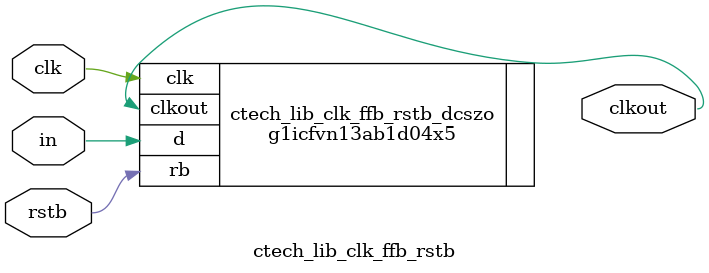
<source format=sv>

module ctech_lib_clk_ffb_rstb  (
   output logic clkout,
   input logic in,
   input logic clk,
   input logic rstb );

   g1icfvn13ab1d04x5 ctech_lib_clk_ffb_rstb_dcszo (.clk(clk), .clkout(clkout), .d(in), .rb(rstb));

endmodule // ctech_lib_clk_ffb_rstb

</source>
